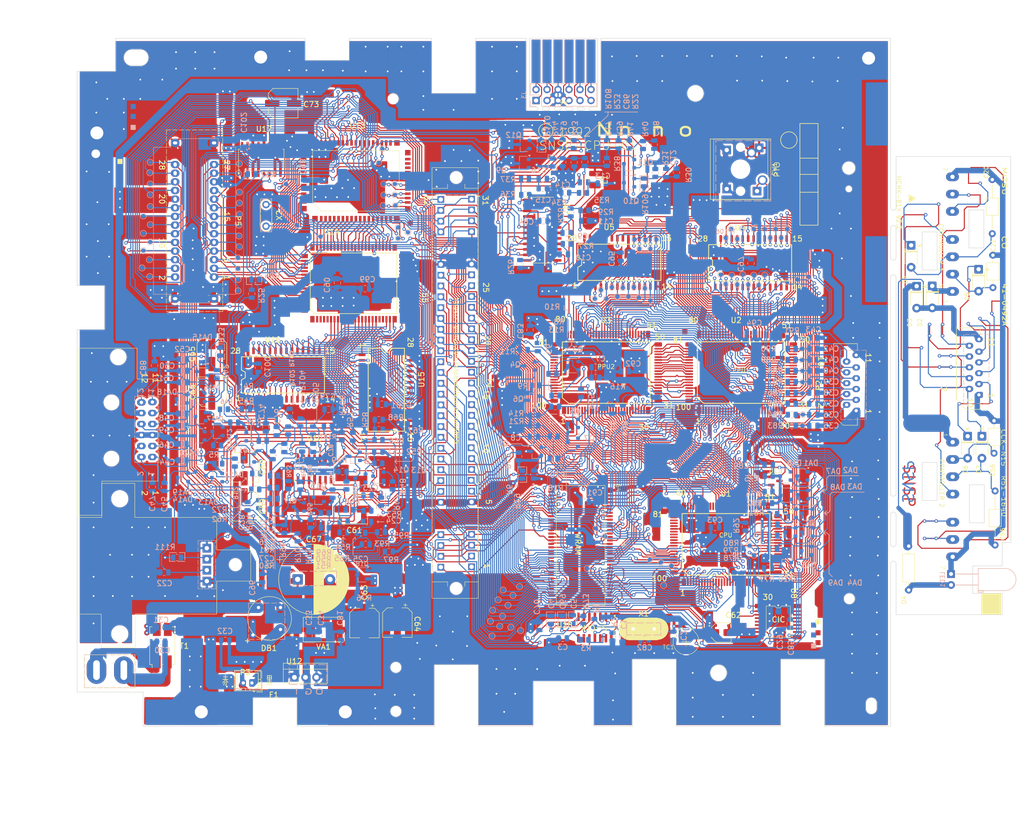
<source format=kicad_pcb>
(kicad_pcb
	(version 20241229)
	(generator "pcbnew")
	(generator_version "9.0")
	(general
		(thickness 4.69)
		(legacy_teardrops no)
	)
	(paper "A3")
	(title_block
		(date "2023-02-24")
		(rev "1")
	)
	(layers
		(0 "F.Cu" signal)
		(2 "B.Cu" signal)
		(9 "F.Adhes" user "F.Adhesive")
		(11 "B.Adhes" user "B.Adhesive")
		(13 "F.Paste" user)
		(15 "B.Paste" user)
		(5 "F.SilkS" user "F.Silkscreen")
		(7 "B.SilkS" user "B.Silkscreen")
		(1 "F.Mask" user)
		(3 "B.Mask" user)
		(17 "Dwgs.User" user "User.Drawings")
		(19 "Cmts.User" user "User.Comments")
		(21 "Eco1.User" user "User.Eco1")
		(23 "Eco2.User" user "User.Eco2")
		(25 "Edge.Cuts" user)
		(27 "Margin" user)
		(31 "F.CrtYd" user "F.Courtyard")
		(29 "B.CrtYd" user "B.Courtyard")
		(35 "F.Fab" user)
		(33 "B.Fab" user)
		(39 "User.1" user)
		(41 "User.2" user)
		(43 "User.3" user)
		(45 "User.4" user)
		(47 "User.5" user)
		(49 "User.6" user)
		(51 "User.7" user)
		(53 "User.8" user)
		(55 "User.9" user)
	)
	(setup
		(stackup
			(layer "F.SilkS"
				(type "Top Silk Screen")
				(color "White")
			)
			(layer "F.Paste"
				(type "Top Solder Paste")
			)
			(layer "F.Mask"
				(type "Top Solder Mask")
				(color "Green")
				(thickness 0.01)
			)
			(layer "F.Cu"
				(type "copper")
				(thickness 0.035)
			)
			(layer "dielectric 1"
				(type "core")
				(thickness 4.6)
				(material "FR4")
				(epsilon_r 4.5)
				(loss_tangent 0.02)
			)
			(layer "B.Cu"
				(type "copper")
				(thickness 0.035)
			)
			(layer "B.Mask"
				(type "Bottom Solder Mask")
				(color "Green")
				(thickness 0.01)
			)
			(layer "B.Paste"
				(type "Bottom Solder Paste")
			)
			(layer "B.SilkS"
				(type "Bottom Silk Screen")
				(color "White")
			)
			(copper_finish "None")
			(dielectric_constraints no)
		)
		(pad_to_mask_clearance 0)
		(allow_soldermask_bridges_in_footprints no)
		(tenting front back)
		(pcbplotparams
			(layerselection 0x00000000_00000000_55555555_5755f5ff)
			(plot_on_all_layers_selection 0x00000000_00000000_00000000_00000000)
			(disableapertmacros no)
			(usegerberextensions no)
			(usegerberattributes yes)
			(usegerberadvancedattributes yes)
			(creategerberjobfile yes)
			(dashed_line_dash_ratio 12.000000)
			(dashed_line_gap_ratio 3.000000)
			(svgprecision 6)
			(plotframeref no)
			(mode 1)
			(useauxorigin no)
			(hpglpennumber 1)
			(hpglpenspeed 20)
			(hpglpendiameter 15.000000)
			(pdf_front_fp_property_popups yes)
			(pdf_back_fp_property_popups yes)
			(pdf_metadata yes)
			(pdf_single_document no)
			(dxfpolygonmode yes)
			(dxfimperialunits yes)
			(dxfusepcbnewfont yes)
			(psnegative no)
			(psa4output no)
			(plot_black_and_white yes)
			(sketchpadsonfab no)
			(plotpadnumbers no)
			(hidednponfab no)
			(sketchdnponfab yes)
			(crossoutdnponfab yes)
			(subtractmaskfromsilk no)
			(outputformat 1)
			(mirror no)
			(drillshape 0)
			(scaleselection 1)
			(outputdirectory "gerbers/")
		)
	)
	(net 0 "")
	(net 1 "Net-(P3-Pin_2)")
	(net 2 "Net-(DB1-+)")
	(net 3 "/CA8")
	(net 4 "/CA9")
	(net 5 "/CA10")
	(net 6 "/CA11")
	(net 7 "/CA12")
	(net 8 "/CA13")
	(net 9 "/CA14")
	(net 10 "/CA15")
	(net 11 "/CA16")
	(net 12 "/CA17")
	(net 13 "/CA18")
	(net 14 "/CA19")
	(net 15 "/CA20")
	(net 16 "/CA21")
	(net 17 "/CA22")
	(net 18 "/CA23")
	(net 19 "unconnected-(U1-PP0-Pad19)")
	(net 20 "unconnected-(U1-PP1-Pad20)")
	(net 21 "unconnected-(U1-PP2-Pad21)")
	(net 22 "unconnected-(U1-PP3-Pad22)")
	(net 23 "unconnected-(U1-PP4-Pad23)")
	(net 24 "unconnected-(U1-PP5-Pad24)")
	(net 25 "Net-(P1-CIC3)")
	(net 26 "XIN")
	(net 27 "Net-(P1-CIC0)")
	(net 28 "Net-(P1-CIC2)")
	(net 29 "Net-(P1-CIC1)")
	(net 30 "Net-(U1-HBLANK)")
	(net 31 "Net-(U1-VBLANK)")
	(net 32 "Net-(U18-4.433M)")
	(net 33 "/D0")
	(net 34 "/D1")
	(net 35 "/D2")
	(net 36 "/D3")
	(net 37 "/D4")
	(net 38 "/D5")
	(net 39 "/D6")
	(net 40 "/D7")
	(net 41 "/{slash}PARD")
	(net 42 "/{slash}RAMSEL")
	(net 43 "unconnected-(U1-DMA-Pad70)")
	(net 44 "unconnected-(U1-CPUCK-Pad71)")
	(net 45 "Net-(U18-XOUT)")
	(net 46 "{slash}VAWR")
	(net 47 "{slash}VBWR")
	(net 48 "{slash}VRD")
	(net 49 "Net-(P1-REFRESH)")
	(net 50 "/{slash}PAWR")
	(net 51 "unconnected-(U1-R{slash}W-Pad80)")
	(net 52 "{slash}RESOUT0")
	(net 53 "unconnected-(U1-ML-Pad82)")
	(net 54 "unconnected-(U1-MF-Pad83)")
	(net 55 "unconnected-(U1-XF-Pad84)")
	(net 56 "unconnected-(U1-VPA-Pad86)")
	(net 57 "unconnected-(U1-VDA-Pad87)")
	(net 58 "unconnected-(U1-ALCK-Pad88)")
	(net 59 "unconnected-(U1-VP-Pad89)")
	(net 60 "/{slash}ROMSEL")
	(net 61 "/{slash}CPUWR")
	(net 62 "/CA0")
	(net 63 "/CA1")
	(net 64 "/CA2")
	(net 65 "/CA3")
	(net 66 "/CA4")
	(net 67 "/CA5")
	(net 68 "/CA6")
	(net 69 "Net-(C30-Pad1)")
	(net 70 "Net-(C30-Pad2)")
	(net 71 "/CA7")
	(net 72 "VCC")
	(net 73 "Net-(C31-Pad1)")
	(net 74 "Net-(C31-Pad2)")
	(net 75 "Net-(U3-5MOUT)")
	(net 76 "/{slash}CPURD")
	(net 77 "{slash}RESOUT1")
	(net 78 "Net-(J2-Audio)")
	(net 79 "SYSCK")
	(net 80 "unconnected-(U2-NC-Pad27)")
	(net 81 "/VA14")
	(net 82 "/VAB13")
	(net 83 "/VAB12")
	(net 84 "/VAB11")
	(net 85 "/VAB10")
	(net 86 "/VAB9")
	(net 87 "/VAB8")
	(net 88 "/VAB7")
	(net 89 "unconnected-(U2-VA15-Pad46)")
	(net 90 "/VAB6")
	(net 91 "/VAB5")
	(net 92 "/VAB4")
	(net 93 "/VAB3")
	(net 94 "/VAB2")
	(net 95 "/VAB1")
	(net 96 "/VAB0")
	(net 97 "/VAA13")
	(net 98 "/VAA12")
	(net 99 "/VAA11")
	(net 100 "/VAA10")
	(net 101 "/VAA9")
	(net 102 "/VAA8")
	(net 103 "/VAA7")
	(net 104 "/VAA6")
	(net 105 "/VAA5")
	(net 106 "/VAA4")
	(net 107 "/VAA3")
	(net 108 "/VAA2")
	(net 109 "/VAA1")
	(net 110 "/VAA0")
	(net 111 "unconnected-(U3-PED-Pad2)")
	(net 112 "unconnected-(U3-3.58M-Pad3)")
	(net 113 "unconnected-(U3-TOUMEI-Pad4)")
	(net 114 "unconnected-(U3-TST0-Pad77)")
	(net 115 "unconnected-(U3-TST1-Pad78)")
	(net 116 "unconnected-(U3-TST2-Pad79)")
	(net 117 "unconnected-(U3-TST3-Pad80)")
	(net 118 "unconnected-(U3-TST4-Pad81)")
	(net 119 "unconnected-(U3-TST5-Pad82)")
	(net 120 "unconnected-(U3-TST6-Pad84)")
	(net 121 "unconnected-(U3-TST7-Pad85)")
	(net 122 "unconnected-(U3-TST8-Pad86)")
	(net 123 "unconnected-(U3-TST9-Pad87)")
	(net 124 "unconnected-(U3-TST10-Pad88)")
	(net 125 "unconnected-(U3-TST11-Pad89)")
	(net 126 "Net-(P2-Pin_2)")
	(net 127 "GND")
	(net 128 "Net-(P2-Pin_3)")
	(net 129 "Net-(P2-Pin_4)")
	(net 130 "Net-(P2-Pin_5)")
	(net 131 "Net-(P2-Pin_6)")
	(net 132 "Net-(P2-Pin_7)")
	(net 133 "Net-(P2-Pin_8)")
	(net 134 "Net-(P2-Pin_9)")
	(net 135 "Net-(P2-Pin_10)")
	(net 136 "/VDB0")
	(net 137 "/VDB1")
	(net 138 "/VDB2")
	(net 139 "/VDB3")
	(net 140 "/VDB4")
	(net 141 "/VDB5")
	(net 142 "/VDB6")
	(net 143 "/VDB7")
	(net 144 "/VDA0")
	(net 145 "/VDA1")
	(net 146 "/VDA2")
	(net 147 "/VDA3")
	(net 148 "/VDA4")
	(net 149 "/VDA5")
	(net 150 "/VDA6")
	(net 151 "/VDA7")
	(net 152 "Net-(U7-VB)")
	(net 153 "unconnected-(U6-G-Pad55)")
	(net 154 "Net-(C9-Pad2)")
	(net 155 "Net-(U7-VC)")
	(net 156 "Net-(C11-Pad2)")
	(net 157 "Net-(U8-RES)")
	(net 158 "Net-(U8-P02)")
	(net 159 "unconnected-(U8-NC-Pad5)")
	(net 160 "unconnected-(U8-CL2-Pad6)")
	(net 161 "unconnected-(U8-P12-Pad12)")
	(net 162 "unconnected-(U8-P13-Pad13)")
	(net 163 "unconnected-(U8-NC-Pad14)")
	(net 164 "unconnected-(U8-P20-Pad15)")
	(net 165 "unconnected-(U8-P21-Pad16)")
	(net 166 "unconnected-(U8-P22-Pad17)")
	(net 167 "Net-(DA12-K)")
	(net 168 "Net-(DA15-K)")
	(net 169 "Net-(DA12-A-Pad2)")
	(net 170 "Net-(C7-Pad1)")
	(net 171 "Net-(C6-Pad1)")
	(net 172 "Net-(DA15-A-Pad2)")
	(net 173 "Net-(C13-Pad1)")
	(net 174 "Net-(U7-(B-Y)I)")
	(net 175 "Net-(U7-AR)")
	(net 176 "Net-(U7-AG)")
	(net 177 "Net-(C15-Pad1)")
	(net 178 "Net-(Q11-B)")
	(net 179 "Net-(U7-(R-Y)I)")
	(net 180 "Net-(Q10-B)")
	(net 181 "Net-(U7-YI)")
	(net 182 "Net-(J2-Video)")
	(net 183 "unconnected-(U7-VA-Pad15)")
	(net 184 "Net-(C18-Pad2)")
	(net 185 "unconnected-(U7-PHA-Pad17)")
	(net 186 "unconnected-(U7-PDO-Pad18)")
	(net 187 "Net-(Q12-B)")
	(net 188 "Net-(P1-SOUND-R)")
	(net 189 "Net-(Q10-E)")
	(net 190 "/MD0")
	(net 191 "/MD1")
	(net 192 "/MD2")
	(net 193 "/MD3")
	(net 194 "/MD4")
	(net 195 "/MD5")
	(net 196 "/MD6")
	(net 197 "/MD7")
	(net 198 "/MA0")
	(net 199 "/MA1")
	(net 200 "/MA2")
	(net 201 "/MA3")
	(net 202 "/MA4")
	(net 203 "Net-(U10D--)")
	(net 204 "/MA5")
	(net 205 "/MA6")
	(net 206 "/MA7")
	(net 207 "/MA12")
	(net 208 "/MA14")
	(net 209 "/MA10")
	(net 210 "/MA11")
	(net 211 "/MA9")
	(net 212 "/MA8")
	(net 213 "/MA13")
	(net 214 "Net-(U14-XTAL0)")
	(net 215 "Net-(U14-XTAL1)")
	(net 216 "Net-(U14-BCK)")
	(net 217 "Net-(U14-LRCK)")
	(net 218 "Net-(U14-DATA)")
	(net 219 "Net-(U10C--)")
	(net 220 "Net-(C74-Pad2)")
	(net 221 "Net-(C75-Pad2)")
	(net 222 "Net-(U10D-+)")
	(net 223 "/JPSTR")
	(net 224 "Net-(U13-CPUA4)")
	(net 225 "Net-(U13-CPUA3)")
	(net 226 "Net-(U13-CPUA2)")
	(net 227 "Net-(U13-CPUA1)")
	(net 228 "Net-(U13-CPUA0)")
	(net 229 "Net-(U13-CPUD7)")
	(net 230 "Net-(U13-CPUD6)")
	(net 231 "Net-(U13-CPUD5)")
	(net 232 "Net-(U13-CPUD4)")
	(net 233 "Net-(U13-CPUD3)")
	(net 234 "Net-(U13-CPUD2)")
	(net 235 "Net-(U13-CPUD1)")
	(net 236 "Net-(U13-CPUD0)")
	(net 237 "Net-(U13-PD3)")
	(net 238 "Net-(U13-PD2)")
	(net 239 "Net-(U13-CPUK)")
	(net 240 "Net-(U13-P57)")
	(net 241 "Net-(U13-P56)")
	(net 242 "Net-(U13-P55)")
	(net 243 "Net-(U13-P54)")
	(net 244 "Net-(U13-P53)")
	(net 245 "Net-(U13-P52)")
	(net 246 "Net-(U13-P51)")
	(net 247 "Net-(U13-P50)")
	(net 248 "unconnected-(U13-P47-Pad27)")
	(net 249 "unconnected-(U13-P46-Pad28)")
	(net 250 "unconnected-(U13-P45-Pad29)")
	(net 251 "unconnected-(U13-P44-Pad30)")
	(net 252 "unconnected-(U13-P43-Pad31)")
	(net 253 "unconnected-(U13-P42-Pad32)")
	(net 254 "unconnected-(U13-P41-Pad33)")
	(net 255 "unconnected-(U13-P40-Pad34)")
	(net 256 "Net-(U13-CPUA15)")
	(net 257 "Net-(U13-CPUA14)")
	(net 258 "Net-(U13-CPUA13)")
	(net 259 "Net-(U13-CPUA12)")
	(net 260 "Net-(U13-CPUA11)")
	(net 261 "Net-(U13-CPUA10)")
	(net 262 "Net-(U13-CPUA9)")
	(net 263 "Net-(U13-CPUA8)")
	(net 264 "Net-(U13-CPUA7)")
	(net 265 "Net-(U13-CPUA6)")
	(net 266 "Net-(U13-CPUA5)")
	(net 267 "unconnected-(U14-DKD-Pad1)")
	(net 268 "unconnected-(U14-MXK-Pad2)")
	(net 269 "unconnected-(U14-MX1-Pad3)")
	(net 270 "unconnected-(U14-MX2-Pad4)")
	(net 271 "unconnected-(U14-MX3-Pad5)")
	(net 272 "unconnected-(U14-MA15-Pad20)")
	(net 273 "unconnected-(U14-DIP-Pad21)")
	(net 274 "/JPCLK2")
	(net 275 "unconnected-(U14-MCK-Pad40)")
	(net 276 "unconnected-(U14-SCLK-Pad41)")
	(net 277 "/JPCLK1")
	(net 278 "unconnected-(U14-XCK-Pad77)")
	(net 279 "unconnected-(U14-CK1-Pad79)")
	(net 280 "unconnected-(U14-CK2-Pad80)")
	(net 281 "/4016.D1")
	(net 282 "unconnected-(U17-A.GND-Pad5)")
	(net 283 "Net-(C77-Pad2)")
	(net 284 "/4016.D0")
	(net 285 "/4017.D1")
	(net 286 "/4017.D0")
	(net 287 "EXTLATCH")
	(net 288 "/JPIO6")
	(net 289 "Net-(P4-Audio-L)")
	(net 290 "Net-(P4-Audio-R)")
	(net 291 "Net-(C1-Pad2)")
	(net 292 "Net-(C3-Pad2)")
	(net 293 "Net-(R1-Pad2)")
	(net 294 "Net-(R2-Pad1)")
	(net 295 "Net-(R3-Pad2)")
	(net 296 "Net-(U18-3.546M)")
	(net 297 "~{RESET}")
	(net 298 "+9V")
	(net 299 "Net-(U1-JOY-OUT1)")
	(net 300 "Net-(U1-JOY-OUT2)")
	(net 301 "Net-(DA11-A)")
	(net 302 "Net-(DA11-common)")
	(net 303 "Net-(DA11-K)")
	(net 304 "+12V")
	(net 305 "unconnected-(D1B-K-Pad2)")
	(net 306 "unconnected-(DA1B-K-Pad2)")
	(net 307 "/PA0")
	(net 308 "/PA2")
	(net 309 "/PA4")
	(net 310 "/PA1")
	(net 311 "/PA3")
	(net 312 "/PA5")
	(net 313 "/PA6")
	(net 314 "/PA7")
	(net 315 "Net-(P1-SOUND-L)")
	(net 316 "CHR3")
	(net 317 "CHR2")
	(net 318 "CHR1")
	(net 319 "CHR0")
	(net 320 "PRIO1")
	(net 321 "PRIO0")
	(net 322 "COLOR2")
	(net 323 "COLOR1")
	(net 324 "COLOR0")
	(net 325 "VCLD")
	(net 326 "HCLD")
	(net 327 "5MIN")
	(net 328 "OVER")
	(net 329 "FIELD")
	(net 330 "Net-(U10C-+)")
	(net 331 "Net-(U17-R.OUT)")
	(net 332 "Net-(U17-L.OUT)")
	(net 333 "Net-(C23-Pad1)")
	(net 334 "Net-(C26-Pad1)")
	(net 335 "Net-(C78-Pad2)")
	(net 336 "{slash}IRQ")
	(net 337 "Net-(P5-DOTCK)")
	(net 338 "Net-(P5-SMPCK)")
	(net 339 "Net-(P5-MONO-OUT)")
	(net 340 "Net-(P5-SL-IN)")
	(net 341 "Net-(P5-SR-IN)")
	(net 342 "Net-(C24-Pad1)")
	(net 343 "Net-(DA6A-A)")
	(net 344 "Net-(C25-Pad1)")
	(net 345 "Net-(Q9-B)")
	(net 346 "Net-(C27-Pad1)")
	(net 347 "Net-(Q3-E)")
	(net 348 "Net-(C28-Pad1)")
	(net 349 "Net-(Q3-B)")
	(net 350 "Net-(Q14-B)")
	(net 351 "Net-(Q15-B)")
	(net 352 "Net-(P1-EXPAND)")
	(net 353 "Net-(Q4-E)")
	(net 354 "Net-(Q4-B)")
	(net 355 "Net-(Q5-E)")
	(net 356 "Net-(Q5-B)")
	(net 357 "Net-(Q6-E)")
	(net 358 "Net-(Q6-B)")
	(net 359 "Net-(Q9-E)")
	(net 360 "Net-(Q11-E)")
	(net 361 "Net-(Q12-E)")
	(net 362 "Net-(U7-CO)")
	(net 363 "Net-(U7-YO)")
	(net 364 "Net-(U7-(B-Y)O)")
	(net 365 "Net-(U7-(R-Y)O)")
	(net 366 "Net-(C8-Pad1)")
	(net 367 "Net-(U7-AB)")
	(net 368 "Net-(Q14-E)")
	(net 369 "Net-(Q14-C)")
	(net 370 "Net-(Q15-E)")
	(net 371 "Net-(Q15-C)")
	(net 372 "Net-(Q16-E)")
	(net 373 "Net-(U7-BLA)")
	(net 374 "Net-(U3-BURST)")
	(net 375 "Net-(U3-CSYNC)")
	(net 376 "/{slash}SCE1")
	(net 377 "/{slash}SCE0")
	(net 378 "/{slash}SOE")
	(net 379 "/{slash}SWE")
	(net 380 "Net-(C66-Pad2)")
	(net 381 "Net-(Q13-B)")
	(net 382 "Net-(U14-~{MUTE})")
	(net 383 "Net-(Q7-E)")
	(net 384 "Net-(Q7-B)")
	(net 385 "Net-(Q8-E)")
	(net 386 "Net-(Q8-B)")
	(net 387 "Net-(Q13-C)")
	(net 388 "Net-(U13-T1)")
	(net 389 "Net-(U13-T0)")
	(net 390 "Net-(U3-RESOUT1)")
	(net 391 "unconnected-(U14-TF-Pad37)")
	(net 392 "unconnected-(U14-TK-Pad38)")
	(net 393 "unconnected-(U17-LRCK{slash}WDCK-Pad13)")
	(net 394 "Net-(Q17-E)")
	(net 395 "Net-(C65-Pad1)")
	(net 396 "Net-(Q18-B)")
	(net 397 "Net-(DA17-K)")
	(net 398 "Net-(DA17-A-Pad2)")
	(net 399 "Net-(DA16-K)")
	(net 400 "Net-(DA16-A-Pad2)")
	(net 401 "Net-(DA13-K)")
	(net 402 "Net-(DA19-K)")
	(net 403 "Net-(U18-Pad8)")
	(net 404 "Net-(DA13-A-Pad2)")
	(net 405 "Net-(DA19-A-Pad2)")
	(net 406 "Net-(C2-Pad2)")
	(net 407 "Net-(U13-P5RD)")
	(net 408 "Net-(J3-Pin_1)")
	(net 409 "Net-(J3-Pin_2)")
	(net 410 "Net-(J3-Pin_3)")
	(net 411 "Net-(J3-Pin_4)")
	(net 412 "Net-(J3-Pin_7)")
	(net 413 "Net-(J3-Pin_8)")
	(net 414 "Net-(J3-Pin_9)")
	(net 415 "Net-(J3-Pin_10)")
	(net 416 "Net-(J3-Pin_11)")
	(net 417 "Net-(J3-Pin_12)")
	(net 418 "Net-(D3-K)")
	(net 419 "Net-(LED1-A)")
	(net 420 "Net-(D2-K)")
	(net 421 "Net-(D2-A)")
	(net 422 "Net-(D4-A)")
	(net 423 "Net-(D5-A)")
	(net 424 "Net-(D6-A)")
	(net 425 "Net-(D7-A)")
	(net 426 "Net-(J4-Pin_4)")
	(net 427 "Net-(J4-Pin_6)")
	(net 428 "Net-(J5-Pin_4)")
	(net 429 "Net-(J5-Pin_5)")
	(net 430 "Net-(J4-Pin_5)")
	(net 431 "Net-(D4-K)")
	(net 432 "Net-(D5-K)")
	(net 433 "Net-(D6-K)")
	(net 434 "Net-(J5-Pin_6)")
	(footprint "SNES_Library:SOIC-18_7x12mm_P0,8mm" (layer "F.Cu") (at 225.507 188.17))
	(footprint "Capacitor_THT:C_Axial_L3.8mm_D2.6mm_P7.50mm_Horizontal" (layer "F.Cu") (at 275.1074 103.4542 -90))
	(footprint "SNES_Library:Fuse" (layer "F.Cu") (at 108.966 208.534))
	(footprint "MountingHole:MountingHole_2.5mm" (layer "F.Cu") (at 271.5514 172.5422 180))
	(footprint "Capacitor_THT:CP_Radial_D16.0mm_P7.50mm" (layer "F.Cu") (at 114.45 178.4))
	(footprint "Diode_SMD:D_3220_8050Metric" (layer "F.Cu") (at 120.4375 190))
	(footprint "Capacitor_SMD:C_Elec_6.3x5.4" (layer "F.Cu") (at 94.625 126.0875 -90))
	(footprint "Package_SO:SO-14_3.9x8.65mm_P1.27mm" (layer "F.Cu") (at 118.364 152.973 90))
	(footprint "SNES_Library:AVOut_Internal" (layer "F.Cu") (at 175.895 67.526 180))
	(footprint "Package_TO_SOT_THT:TO-220-3_Vertical" (layer "F.Cu") (at 113.72 201.05))
	(footprint "SNES_Library:EXPANSION" (layer "F.Cu") (at 100.15 95.5 -90))
	(footprint "MountingHole:MountingHole_2.5mm" (layer "F.Cu") (at 260.5278 83.8454 180))
	(footprint "SNES_Library:RAM" (layer "F.Cu") (at 134.952 134.747))
	(footprint "SNES_Library:SOP-64_11x28mm_P0,75mm" (layer "F.Cu") (at 180.22 170.204 -90))
	(footprint "Package_SO:SO-24_5.3x15mm_P1.27mm" (layer "F.Cu") (at 170.9755 97.663))
	(footprint "Capacitor_THT:C_Axial_L3.8mm_D2.6mm_P12.50mm_Horizontal" (layer "F.Cu") (at 274.955 85.979 -90))
	(footprint "Diode_THT:D_T-1_P5.08mm_Horizontal" (layer "F.Cu") (at 269.2654 145.3134 -90))
	(footprint "Button_Switch_Keyboard:SW_Cherry_MX_1.00u_PCB" (layer "F.Cu") (at 221.869 86.106 -90))
	(footprint "Capacitor_SMD:C_Elec_6.3x5.4" (layer "F.Cu") (at 102.108 152.4965 -90))
	(footprint "Capacitor_THT:C_Axial_L3.8mm_D2.6mm_P12.50mm_Horizontal" (layer "F.Cu") (at 275.6154 170.4626 90))
	(footprint "Resistor_THT:R_Axial_DIN0207_L6.3mm_D2.5mm_P10.16mm_Horizontal" (layer "F.Cu") (at 255.651 170.7134 -90))
	(footprint "Crystal:Crystal_HC49-4H_Vertical" (layer "F.Cu") (at 191.97 189.865))
	(footprint "Crystal:Resonator-2Pin_W7.0mm_H2.5mm"
		(layer "F.Cu")
		(uuid "497fea92-1db6-4940-954a-39419e259f31")
		(at 107.15 96.75 90)
		(descr "Ceramic Resonator/Filter, length 2.5mm, width 7.0mm, 2 pins")
		(tags "ceramic")
		(property "Reference" "X2"
			(at 2.516 3.086 90)
			(layer "F.SilkS")
			(uuid "0a2911a4-5534-4491-b2d1-14d6f0f78401")
			(effects
				(font
					(size 1.25 1.25)
					(thickness 0.2)
				)
			)
		)
		(property "Value" "24.576MHz"
			(at 2.5 2.45 90)
			(layer "F.Fab")
			(uuid "0f3ab986-02dd-47c2-9f7b-b912a5a2c7dc")
			(effects
				(font
					(size 1.25 1.25)
					(thickness 0.2)
				)
			)
		)
		(property "Datasheet" "~"
			(at 0 0 90)
			(unlocked yes)
			(layer "F.Fab")
			(hide yes)
			(uuid "22255b6e-8d6b-4860-aef9-825a44def223")
			(effects
				(font
					(size 1.27 1.27)
					(thickness 0.15)
				)
			)
		)
		(property "Description" "Two pin crystal"
			(at 0 0 90)
			(unlocked yes)
			(layer "F.Fab")
			(hide yes)
			(uuid "7603eed7-1474-4407-b392-8ae0e3e96679")
			(effects
				(font
					(size 1.27 1.27)
					(thickness 0.15)
				)
			)
		)
		(property ki_fp_filters "Crystal*")
		(path "/bff3625e-75a8-4396-b6f7-26bb4c8f9900")
		(sheetname "/")
		(sheetfile "nonSNES.kicad_sch")
		(attr through_hole)
		(fp_line
			(start 0.25 -1.36)
			(end 4.75 -1.36)
			(stroke
				(width 0.12)
				(type solid)
			)
			(layer "F.SilkS")
			(uuid "9c2dc3b8-9a56-4f54-8a5b-fda8ed8db3c1")
		)
		(fp_line
			(start 0.25 1.36)
			(end 4.75 1.36)
			(stroke
				(width 0.12)
				(type solid)
			)
			(layer "F.SilkS")
			(uuid "2f2a432b-fca4-4594-895d-e18bcd2f94aa")
		)
		(fp_arc
			(start 4.75 -1.36)
			(mid 6.11 0)
			(end 4.75 1.36)
			(stroke
				(width 0.12)
				(type solid)
			)
			(layer "F.SilkS")
			(uuid "71a699a5-2749-4bcc-ac4c-14e991962c45")
		)
		(fp_arc
			(start 0.25 1.36)
			(mid -1.11 0)
			(end 0.25 -1.36)
			(stroke
				(width 0.12)
				(type solid)
			)
			(layer "F.SilkS")
			(uuid "89299dec-07bc-468d-a3fc-d468c9aaaefe")
		)
		(fp_line
			(start 0.25 -1.75)
			(en
... [4106565 chars truncated]
</source>
